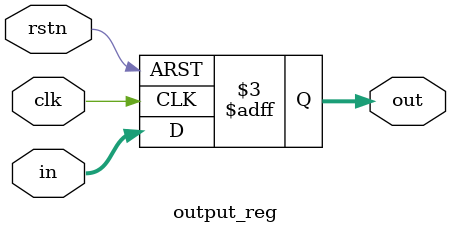
<source format=v>
`ifndef _OUTPUT_REG

`define __OUTPUT_REG

module output_reg #(parameter width = 9) (
    input                   rstn,
    input                   clk,
    input      [width-1:0]  in,  
    output reg  [width-1:0]  out
);

always @(posedge clk or negedge rstn) begin
    if (!rstn) begin
        out <= 0;
    end else begin
        out <= in;
    end
end



endmodule

`endif
</source>
